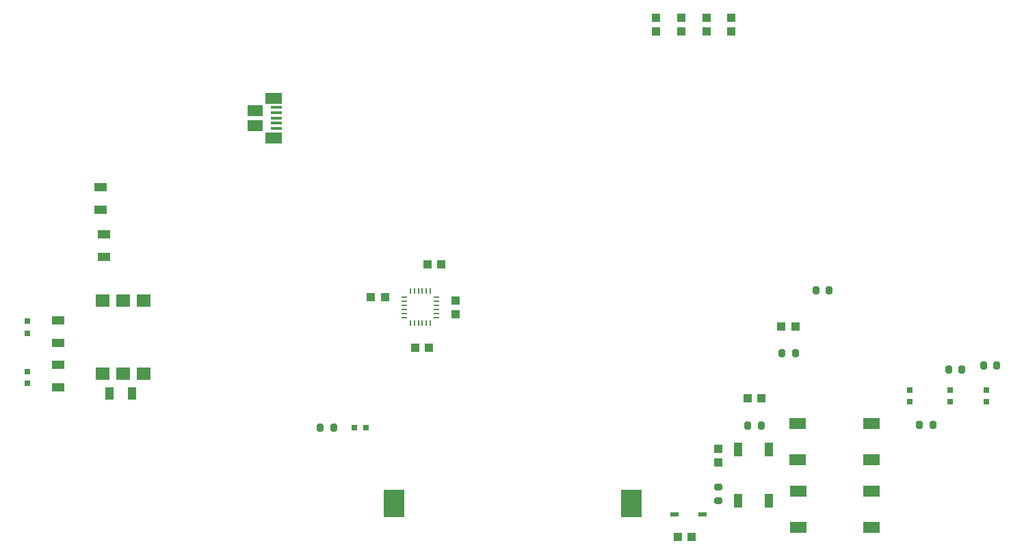
<source format=gbr>
%TF.GenerationSoftware,KiCad,Pcbnew,7.0.9*%
%TF.CreationDate,2024-01-04T23:56:04+08:00*%
%TF.ProjectId,stm32_timer_app,73746d33-325f-4746-996d-65725f617070,rev?*%
%TF.SameCoordinates,PX6a6e180PY6b00940*%
%TF.FileFunction,Paste,Top*%
%TF.FilePolarity,Positive*%
%FSLAX46Y46*%
G04 Gerber Fmt 4.6, Leading zero omitted, Abs format (unit mm)*
G04 Created by KiCad (PCBNEW 7.0.9) date 2024-01-04 23:56:04*
%MOMM*%
%LPD*%
G01*
G04 APERTURE LIST*
G04 Aperture macros list*
%AMRoundRect*
0 Rectangle with rounded corners*
0 $1 Rounding radius*
0 $2 $3 $4 $5 $6 $7 $8 $9 X,Y pos of 4 corners*
0 Add a 4 corners polygon primitive as box body*
4,1,4,$2,$3,$4,$5,$6,$7,$8,$9,$2,$3,0*
0 Add four circle primitives for the rounded corners*
1,1,$1+$1,$2,$3*
1,1,$1+$1,$4,$5*
1,1,$1+$1,$6,$7*
1,1,$1+$1,$8,$9*
0 Add four rect primitives between the rounded corners*
20,1,$1+$1,$2,$3,$4,$5,0*
20,1,$1+$1,$4,$5,$6,$7,0*
20,1,$1+$1,$6,$7,$8,$9,0*
20,1,$1+$1,$8,$9,$2,$3,0*%
G04 Aperture macros list end*
%ADD10R,0.711200X0.254000*%
%ADD11R,0.254000X0.711200*%
%ADD12R,1.600200X1.117600*%
%ADD13R,1.117600X1.600200*%
%ADD14R,0.711200X0.660400*%
%ADD15R,0.660400X0.711200*%
%ADD16R,1.111200X0.600800*%
%ADD17R,2.600000X3.500000*%
%ADD18RoundRect,0.200000X0.200000X0.275000X-0.200000X0.275000X-0.200000X-0.275000X0.200000X-0.275000X0*%
%ADD19R,1.100000X1.000000*%
%ADD20R,1.000000X1.100000*%
%ADD21R,1.000000X1.700000*%
%ADD22RoundRect,0.200000X-0.200000X-0.275000X0.200000X-0.275000X0.200000X0.275000X-0.200000X0.275000X0*%
%ADD23R,1.380000X0.450000*%
%ADD24R,2.100000X1.475000*%
%ADD25R,1.900000X1.375000*%
%ADD26RoundRect,0.200000X-0.275000X0.200000X-0.275000X-0.200000X0.275000X-0.200000X0.275000X0.200000X0*%
%ADD27R,1.780000X1.520000*%
%ADD28R,2.100000X1.400000*%
G04 APERTURE END LIST*
D10*
%TO.C,U8*%
X62556100Y38550000D03*
X62556100Y38050001D03*
X62556100Y37550000D03*
X62556100Y37050000D03*
X62556100Y36549999D03*
X62556100Y36050000D03*
D11*
X63300000Y35306100D03*
X63799999Y35306100D03*
X64300000Y35306100D03*
X64800000Y35306100D03*
X65300001Y35306100D03*
X65800000Y35306100D03*
D10*
X66543900Y36050000D03*
X66543900Y36549999D03*
X66543900Y37050000D03*
X66543900Y37550000D03*
X66543900Y38050001D03*
X66543900Y38550000D03*
D11*
X65800000Y39293900D03*
X65300001Y39293900D03*
X64800000Y39293900D03*
X64300000Y39293900D03*
X63799999Y39293900D03*
X63300000Y39293900D03*
%TD*%
D12*
%TO.C,R20*%
X19700000Y35644000D03*
X19700000Y32850000D03*
%TD*%
%TO.C,R9*%
X19750000Y27353000D03*
X19750000Y30147000D03*
%TD*%
D13*
%TO.C,R8*%
X26056000Y26600000D03*
X28850000Y26600000D03*
%TD*%
D12*
%TO.C,R7*%
X25000000Y52150000D03*
X25000000Y49356000D03*
%TD*%
%TO.C,R2*%
X25400000Y43506000D03*
X25400000Y46300000D03*
%TD*%
D14*
%TO.C,LED4*%
X15900000Y35550000D03*
X15900000Y34102200D03*
%TD*%
%TO.C,LED3*%
X15900000Y29348900D03*
X15900000Y27901100D03*
%TD*%
D15*
%TO.C,LED2*%
X56352200Y22400000D03*
X57800000Y22400000D03*
%TD*%
D14*
%TO.C,LED1*%
X134600000Y27050000D03*
X134600000Y25602200D03*
%TD*%
D16*
%TO.C,CR2*%
X96025000Y11650000D03*
X99475000Y11650000D03*
%TD*%
D17*
%TO.C,U6*%
X90700000Y12950000D03*
X61300000Y12950000D03*
%TD*%
D18*
%TO.C,R11*%
X128000000Y22700000D03*
X126350000Y22700000D03*
%TD*%
D19*
%TO.C,C21*%
X96450000Y8850000D03*
X98150000Y8850000D03*
%TD*%
%TO.C,C19*%
X106750000Y26050000D03*
X105050000Y26050000D03*
%TD*%
D20*
%TO.C,C3*%
X103050000Y73200000D03*
X103050000Y71500000D03*
%TD*%
%TO.C,C9*%
X93750000Y73200000D03*
X93750000Y71500000D03*
%TD*%
D21*
%TO.C,S4*%
X103900000Y19650000D03*
X103900000Y13350000D03*
X107700000Y19650000D03*
X107700000Y13350000D03*
%TD*%
D19*
%TO.C,C24*%
X65400000Y42600000D03*
X67100000Y42600000D03*
%TD*%
D22*
%TO.C,R10*%
X113500000Y39400000D03*
X115150000Y39400000D03*
%TD*%
D19*
%TO.C,C22*%
X60150000Y38550000D03*
X58450000Y38550000D03*
%TD*%
D20*
%TO.C,C25*%
X68950000Y36400000D03*
X68950000Y38100000D03*
%TD*%
D23*
%TO.C,J7*%
X46760000Y59462500D03*
X46760000Y60112500D03*
X46760000Y60762500D03*
X46760000Y61412500D03*
X46760000Y62062500D03*
D24*
X46400000Y63225000D03*
D25*
X44100000Y61700000D03*
X44100000Y59825000D03*
D24*
X46400000Y58300000D03*
%TD*%
D19*
%TO.C,C23*%
X63950000Y32250000D03*
X65650000Y32250000D03*
%TD*%
D18*
%TO.C,R23*%
X106750000Y22600000D03*
X105100000Y22600000D03*
%TD*%
D26*
%TO.C,R24*%
X101450000Y14975000D03*
X101450000Y13325000D03*
%TD*%
D20*
%TO.C,C4*%
X100000000Y73200000D03*
X100000000Y71500000D03*
%TD*%
D18*
%TO.C,R22*%
X110950000Y31600000D03*
X109300000Y31600000D03*
%TD*%
D20*
%TO.C,C15*%
X101450000Y18050000D03*
X101450000Y19750000D03*
%TD*%
D27*
%TO.C,U1*%
X25220000Y29100000D03*
X27760000Y29100000D03*
X30300000Y29100000D03*
X30300000Y38110000D03*
X27760000Y38110000D03*
X25220000Y38110000D03*
%TD*%
D14*
%TO.C,LED6*%
X125150000Y27050000D03*
X125150000Y25602200D03*
%TD*%
D28*
%TO.C,S5*%
X111287500Y22900000D03*
X120387500Y22900000D03*
X111287500Y18400000D03*
X120387500Y18400000D03*
%TD*%
D22*
%TO.C,R4*%
X52150000Y22400000D03*
X53800000Y22400000D03*
%TD*%
%TO.C,R6*%
X129950000Y29600000D03*
X131600000Y29600000D03*
%TD*%
D28*
%TO.C,S6*%
X120420500Y10000000D03*
X111320500Y10000000D03*
X120420500Y14500000D03*
X111320500Y14500000D03*
%TD*%
D19*
%TO.C,C18*%
X110950000Y34900000D03*
X109250000Y34900000D03*
%TD*%
D20*
%TO.C,C6*%
X96850000Y73200000D03*
X96850000Y71500000D03*
%TD*%
D18*
%TO.C,R14*%
X135900000Y30100000D03*
X134250000Y30100000D03*
%TD*%
D14*
%TO.C,LED5*%
X130150000Y27050000D03*
X130150000Y25602200D03*
%TD*%
M02*

</source>
